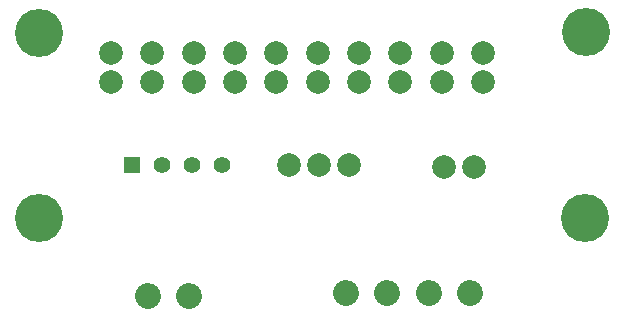
<source format=gts>
G04 ( created by brdgerber.py ( brdgerber.py v0.1 2014-03-12 ) ) date 2020-06-12 06:33:54 EDT*
G04 Gerber Fmt 3.4, Leading zero omitted, Abs format*
%MOIN*%
%FSLAX34Y34*%
G01*
G70*
G90*
G04 APERTURE LIST*
%ADD12C,0.0550*%
%ADD10C,0.0787*%
%ADD14C,0.0860*%
%ADD11R,0.0550X0.0550*%
%ADD13C,0.1600*%
G04 APERTURE END LIST*
G54D12*
D10*
X-00350Y-00350D03*
D10*
X00650Y-00350D03*
D10*
X01650Y-00350D03*
D10*
X04800Y-00400D03*
D10*
X05800Y-00400D03*
D11*
X-05600Y-00350D03*
D12*
X-04600Y-00350D03*
D12*
X-03600Y-00350D03*
D12*
X-02600Y-00350D03*
D13*
X-08700Y04050D03*
D13*
X09550Y04100D03*
D13*
X-08700Y-02100D03*
D13*
X09500Y-02100D03*
D14*
G01X-03692Y-04700D02*
G01X-03692Y-04700D01*
D14*
G01X-05069Y-04700D02*
G01X-05069Y-04700D01*
D10*
X-06301Y02408D03*
D10*
X-06301Y03392D03*
D10*
X-04923Y02408D03*
D10*
X-04923Y03392D03*
D10*
X-03545Y02408D03*
D10*
X-03545Y03392D03*
D10*
X-02167Y02408D03*
D10*
X-02167Y03392D03*
D10*
X-00789Y02408D03*
D10*
X-00789Y03392D03*
D10*
X00589Y02408D03*
D10*
X00589Y03392D03*
D10*
X01967Y02408D03*
D10*
X01967Y03392D03*
D10*
X03345Y02408D03*
D10*
X03345Y03392D03*
D10*
X04723Y02408D03*
D10*
X04723Y03392D03*
D10*
X06101Y02408D03*
D10*
X06101Y03392D03*
D14*
G01X05666Y-04600D02*
G01X05666Y-04600D01*
D14*
G01X04288Y-04600D02*
G01X04288Y-04600D01*
D14*
G01X02912Y-04600D02*
G01X02912Y-04600D01*
D14*
G01X01534Y-04600D02*
G01X01534Y-04600D01*
M02*

</source>
